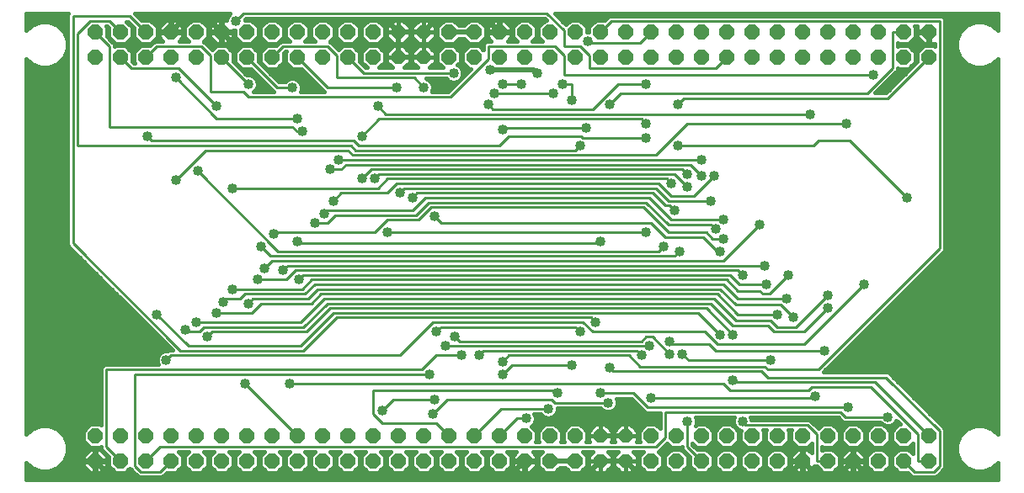
<source format=gtl>
G75*
%MOIN*%
%OFA0B0*%
%FSLAX24Y24*%
%IPPOS*%
%LPD*%
%AMOC8*
5,1,8,0,0,1.08239X$1,22.5*
%
%ADD10OC8,0.0600*%
%ADD11OC8,0.0560*%
%ADD12C,0.0200*%
%ADD13C,0.0400*%
%ADD14C,0.0160*%
%ADD15C,0.0100*%
D10*
X003680Y001680D03*
X004680Y001680D03*
X005680Y001680D03*
X006680Y001680D03*
X007680Y001680D03*
X008680Y001680D03*
X009680Y001680D03*
X010680Y001680D03*
X011680Y001680D03*
X012680Y001680D03*
X013680Y001680D03*
X014680Y001680D03*
X015680Y001680D03*
X016680Y001680D03*
X017680Y001680D03*
X018680Y001680D03*
X019680Y001680D03*
X020680Y001680D03*
X021680Y001680D03*
X022680Y001680D03*
X022680Y002680D03*
X021680Y002680D03*
X020680Y002680D03*
X019680Y002680D03*
X018680Y002680D03*
X017680Y002680D03*
X016680Y002680D03*
X015680Y002680D03*
X014680Y002680D03*
X013680Y002680D03*
X012680Y002680D03*
X011680Y002680D03*
X010680Y002680D03*
X009680Y002680D03*
X008680Y002680D03*
X007680Y002680D03*
X006680Y002680D03*
X005680Y002680D03*
X004680Y002680D03*
X003680Y002680D03*
X025680Y002680D03*
X026680Y002680D03*
X027680Y002680D03*
X028680Y002680D03*
X029680Y002680D03*
X030680Y002680D03*
X031680Y002680D03*
X032680Y002680D03*
X033680Y002680D03*
X034680Y002680D03*
X035680Y002680D03*
X036680Y002680D03*
X036680Y001680D03*
X035680Y001680D03*
X034680Y001680D03*
X033680Y001680D03*
X032680Y001680D03*
X031680Y001680D03*
X030680Y001680D03*
X029680Y001680D03*
X028680Y001680D03*
X027680Y001680D03*
X026680Y001680D03*
X025680Y001680D03*
X025680Y017680D03*
X024680Y017680D03*
X023680Y017680D03*
X022680Y017680D03*
X021680Y017680D03*
X020680Y017680D03*
X019680Y017680D03*
X018680Y017680D03*
X017680Y017680D03*
X017680Y018680D03*
X018680Y018680D03*
X019680Y018680D03*
X020680Y018680D03*
X021680Y018680D03*
X022680Y018680D03*
X023680Y018680D03*
X024680Y018680D03*
X025680Y018680D03*
X026680Y018680D03*
X027680Y018680D03*
X028680Y018680D03*
X029680Y018680D03*
X030680Y018680D03*
X031680Y018680D03*
X032680Y018680D03*
X033680Y018680D03*
X034680Y018680D03*
X035680Y018680D03*
X036680Y018680D03*
X036680Y017680D03*
X035680Y017680D03*
X034680Y017680D03*
X033680Y017680D03*
X032680Y017680D03*
X031680Y017680D03*
X030680Y017680D03*
X029680Y017680D03*
X028680Y017680D03*
X027680Y017680D03*
X026680Y017680D03*
X014680Y017680D03*
X013680Y017680D03*
X012680Y017680D03*
X011680Y017680D03*
X010680Y017680D03*
X009680Y017680D03*
X008680Y017680D03*
X007680Y017680D03*
X006680Y017680D03*
X005680Y017680D03*
X004680Y017680D03*
X003680Y017680D03*
X003680Y018680D03*
X004680Y018680D03*
X005680Y018680D03*
X006680Y018680D03*
X007680Y018680D03*
X008680Y018680D03*
X009680Y018680D03*
X010680Y018680D03*
X011680Y018680D03*
X012680Y018680D03*
X013680Y018680D03*
X014680Y018680D03*
D11*
X015680Y018680D03*
X016680Y018680D03*
X016680Y017680D03*
X015680Y017680D03*
X023680Y002680D03*
X024680Y002680D03*
X024680Y001680D03*
X023680Y001680D03*
D12*
X023180Y001180D01*
X020305Y001180D01*
X020243Y001243D01*
X019993Y000993D01*
X004368Y000993D01*
X003680Y001680D01*
X020243Y001243D02*
X020680Y001680D01*
X021680Y001680D02*
X022680Y001680D01*
X023680Y001680D02*
X024680Y001680D01*
X025180Y001180D01*
X031180Y001180D01*
X031680Y001680D01*
X032180Y001180D01*
X033180Y001180D01*
X033680Y001680D01*
X034368Y000993D01*
X037118Y000993D01*
X037243Y001118D01*
X024680Y002680D02*
X023680Y002680D01*
X021180Y017055D02*
X021055Y017180D01*
X019305Y017180D01*
X016680Y017680D02*
X015680Y017680D01*
X015680Y018680D01*
X015180Y019180D01*
X010180Y019180D01*
X010180Y018493D01*
X009868Y018180D01*
X009180Y018180D01*
X008680Y018680D01*
X008180Y019180D01*
X007180Y019180D01*
X006680Y018680D01*
X015680Y018680D02*
X016680Y018680D01*
X017180Y019180D01*
X019180Y019180D01*
X019680Y018680D01*
X018680Y018680D02*
X017680Y018680D01*
D13*
X019305Y017180D03*
X019805Y016618D03*
X020555Y016618D03*
X021180Y017055D03*
X022180Y016618D03*
X021805Y016243D03*
X022555Y015993D03*
X024055Y015805D03*
X023118Y014868D03*
X022868Y014180D03*
X025493Y014493D03*
X025493Y015055D03*
X026743Y015805D03*
X025493Y016618D03*
X023180Y018305D03*
X019493Y016243D03*
X019243Y015805D03*
X019805Y014805D03*
X016680Y016493D03*
X015618Y016493D03*
X014868Y015743D03*
X014243Y014555D03*
X013305Y013618D03*
X012993Y013243D03*
X014243Y012868D03*
X014743Y012868D03*
X015743Y012305D03*
X016243Y012118D03*
X017118Y011368D03*
X015243Y010743D03*
X013118Y011993D03*
X012743Y011493D03*
X012368Y011118D03*
X011680Y010368D03*
X010743Y010680D03*
X010243Y010180D03*
X010368Y009305D03*
X010118Y008868D03*
X011118Y009243D03*
X011743Y008868D03*
X009743Y007930D03*
X009118Y008493D03*
X008743Y007993D03*
X008493Y007555D03*
X007680Y007180D03*
X007243Y006868D03*
X008118Y006618D03*
X006493Y005680D03*
X009618Y004743D03*
X011368Y004743D03*
X015055Y003680D03*
X017055Y003555D03*
X017118Y004118D03*
X016930Y005118D03*
X018180Y005868D03*
X018868Y005868D03*
X019805Y005618D03*
X019805Y005118D03*
X021993Y004368D03*
X021618Y003743D03*
X020743Y003368D03*
X023680Y004368D03*
X023993Y003993D03*
X025680Y004180D03*
X027118Y003243D03*
X029305Y003243D03*
X032180Y004243D03*
X033493Y003805D03*
X035055Y003430D03*
X037243Y001118D03*
X028930Y004868D03*
X030430Y005680D03*
X028930Y006680D03*
X028430Y006680D03*
X026930Y005930D03*
X026430Y005930D03*
X026430Y006430D03*
X025618Y006243D03*
X025305Y005868D03*
X024055Y005368D03*
X022555Y005493D03*
X022868Y006805D03*
X023493Y007180D03*
X026805Y009993D03*
X026180Y010180D03*
X025493Y010743D03*
X026618Y011618D03*
X027118Y012555D03*
X026493Y012680D03*
X027118Y013055D03*
X027680Y012993D03*
X028180Y012993D03*
X027680Y013618D03*
X026743Y014180D03*
X028055Y011993D03*
X028555Y011243D03*
X028243Y010868D03*
X028555Y010493D03*
X028430Y009993D03*
X030180Y009430D03*
X029305Y009055D03*
X030243Y008680D03*
X031118Y009055D03*
X032680Y008243D03*
X032680Y007743D03*
X031305Y007368D03*
X030680Y007493D03*
X031055Y008118D03*
X034118Y008680D03*
X029993Y011055D03*
X035805Y012118D03*
X033430Y015055D03*
X031993Y015430D03*
X034493Y016993D03*
X023680Y010368D03*
X017180Y006805D03*
X017930Y006618D03*
X017555Y006243D03*
X006118Y007493D03*
X009118Y012493D03*
X007743Y013180D03*
X006868Y012805D03*
X005743Y014555D03*
X008493Y015743D03*
X009743Y016618D03*
X011493Y016493D03*
X011680Y015243D03*
X011868Y014743D03*
X006868Y016868D03*
X009243Y019118D03*
X017868Y017055D03*
X032555Y006055D03*
D14*
X000960Y001620D02*
X000960Y000960D01*
X039400Y000960D01*
X039400Y001620D01*
X039193Y001413D01*
X038860Y001275D01*
X038500Y001275D01*
X038167Y001413D01*
X037913Y001667D01*
X037775Y002000D01*
X037775Y002360D01*
X037913Y002693D01*
X038167Y002947D01*
X038500Y003085D01*
X038860Y003085D01*
X039193Y002947D01*
X039400Y002740D01*
X039400Y017620D01*
X039193Y017413D01*
X038860Y017275D01*
X038500Y017275D01*
X038167Y017413D01*
X037913Y017667D01*
X037775Y018000D01*
X037775Y018360D01*
X037913Y018693D01*
X038167Y018947D01*
X038500Y019085D01*
X038860Y019085D01*
X039193Y018947D01*
X039400Y018740D01*
X039400Y019400D01*
X021882Y019400D01*
X022316Y018966D01*
X022489Y019140D01*
X022871Y019140D01*
X023140Y018871D01*
X023140Y018665D01*
X023220Y018665D01*
X023220Y018871D01*
X023489Y019140D01*
X023843Y019140D01*
X024031Y019327D01*
X037204Y019327D01*
X037327Y019204D01*
X037327Y010031D01*
X032499Y005202D01*
X035079Y005202D01*
X037204Y003077D01*
X037327Y002954D01*
X037327Y001406D01*
X037077Y001156D01*
X036954Y001033D01*
X036031Y001033D01*
X035843Y001220D01*
X035489Y001220D01*
X035220Y001489D01*
X035220Y001871D01*
X035489Y002140D01*
X035871Y002140D01*
X036033Y001978D01*
X036033Y002382D01*
X035871Y002220D01*
X035489Y002220D01*
X035220Y002489D01*
X035220Y002871D01*
X035489Y003140D01*
X035548Y003140D01*
X035390Y003298D01*
X035360Y003226D01*
X035259Y003125D01*
X035127Y003070D01*
X034983Y003070D01*
X034910Y003100D01*
X035140Y002871D01*
X035140Y002489D01*
X034871Y002220D01*
X034489Y002220D01*
X034220Y002489D01*
X034220Y002871D01*
X034489Y003140D01*
X034836Y003140D01*
X034756Y003220D01*
X033281Y003220D01*
X033158Y003343D01*
X033093Y003408D01*
X029626Y003408D01*
X029659Y003327D01*
X031954Y003327D01*
X032316Y002966D01*
X032489Y003140D01*
X032871Y003140D01*
X033140Y002871D01*
X033140Y002489D01*
X032871Y002220D01*
X032489Y002220D01*
X032452Y002257D01*
X032452Y002103D01*
X032489Y002140D01*
X032871Y002140D01*
X033140Y001871D01*
X033140Y001489D01*
X032871Y001220D01*
X032489Y001220D01*
X032239Y001470D01*
X032156Y001470D01*
X032152Y001473D01*
X031879Y001200D01*
X031700Y001200D01*
X031700Y001660D01*
X031660Y001660D01*
X031660Y001200D01*
X031481Y001200D01*
X031200Y001481D01*
X031200Y001660D01*
X031660Y001660D01*
X031660Y001700D01*
X031660Y002160D01*
X031481Y002160D01*
X031200Y001879D01*
X031200Y001700D01*
X031660Y001700D01*
X031700Y001700D01*
X031700Y002160D01*
X031879Y002160D01*
X032033Y002006D01*
X032033Y002382D01*
X031871Y002220D01*
X031489Y002220D01*
X031220Y002489D01*
X031220Y002871D01*
X031257Y002908D01*
X031103Y002908D01*
X031140Y002871D01*
X031140Y002489D01*
X030871Y002220D01*
X030489Y002220D01*
X030220Y002489D01*
X030220Y002871D01*
X030257Y002908D01*
X030103Y002908D01*
X030140Y002871D01*
X030140Y002489D01*
X029871Y002220D01*
X029489Y002220D01*
X029220Y002489D01*
X029220Y002871D01*
X029232Y002883D01*
X029101Y002937D01*
X029000Y003039D01*
X028945Y003171D01*
X028945Y003314D01*
X028984Y003408D01*
X027439Y003408D01*
X027477Y003314D01*
X027477Y003171D01*
X027447Y003098D01*
X027489Y003140D01*
X027871Y003140D01*
X028140Y002871D01*
X028140Y002489D01*
X027871Y002220D01*
X027489Y002220D01*
X027327Y002382D01*
X027327Y002329D01*
X027517Y002140D01*
X027871Y002140D01*
X028140Y001871D01*
X028140Y001489D01*
X027871Y001220D01*
X027489Y001220D01*
X027220Y001489D01*
X027220Y001843D01*
X027031Y002033D01*
X026908Y002156D01*
X026908Y002257D01*
X026871Y002220D01*
X026489Y002220D01*
X026316Y002394D01*
X025966Y002044D01*
X026140Y001871D01*
X026140Y001489D01*
X025871Y001220D01*
X025489Y001220D01*
X025220Y001489D01*
X025220Y001871D01*
X025382Y002033D01*
X024978Y002033D01*
X025140Y001871D01*
X025140Y001690D01*
X024690Y001690D01*
X024690Y001670D01*
X025140Y001670D01*
X025140Y001489D01*
X024871Y001220D01*
X024690Y001220D01*
X024690Y001670D01*
X024670Y001670D01*
X024670Y001220D01*
X024489Y001220D01*
X024220Y001489D01*
X024220Y001670D01*
X024670Y001670D01*
X024670Y001690D01*
X024220Y001690D01*
X024220Y001871D01*
X024382Y002033D01*
X023978Y002033D01*
X024140Y001871D01*
X024140Y001690D01*
X023690Y001690D01*
X023690Y001670D01*
X024140Y001670D01*
X024140Y001489D01*
X023871Y001220D01*
X023690Y001220D01*
X023690Y001670D01*
X023670Y001670D01*
X023670Y001220D01*
X023489Y001220D01*
X023220Y001489D01*
X023220Y001670D01*
X023670Y001670D01*
X023670Y001690D01*
X023220Y001690D01*
X023220Y001871D01*
X023382Y002033D01*
X022978Y002033D01*
X023140Y001871D01*
X023140Y001489D01*
X022871Y001220D01*
X022489Y001220D01*
X022289Y001420D01*
X022071Y001420D01*
X021871Y001220D01*
X021489Y001220D01*
X021220Y001489D01*
X021220Y001871D01*
X021382Y002033D01*
X021006Y002033D01*
X021160Y001879D01*
X021160Y001700D01*
X020700Y001700D01*
X020700Y001660D01*
X021160Y001660D01*
X021160Y001481D01*
X020879Y001200D01*
X020700Y001200D01*
X020700Y001660D01*
X020660Y001660D01*
X020660Y001200D01*
X020481Y001200D01*
X020200Y001481D01*
X020200Y001660D01*
X020660Y001660D01*
X020660Y001700D01*
X020200Y001700D01*
X020200Y001879D01*
X020354Y002033D01*
X019978Y002033D01*
X020140Y001871D01*
X020140Y001489D01*
X019871Y001220D01*
X019489Y001220D01*
X019220Y001489D01*
X019220Y001871D01*
X019382Y002033D01*
X018978Y002033D01*
X019140Y001871D01*
X019140Y001489D01*
X018871Y001220D01*
X018489Y001220D01*
X018220Y001489D01*
X018220Y001871D01*
X018382Y002033D01*
X017978Y002033D01*
X018140Y001871D01*
X018140Y001489D01*
X017871Y001220D01*
X017489Y001220D01*
X017220Y001489D01*
X017220Y001871D01*
X017382Y002033D01*
X016978Y002033D01*
X017140Y001871D01*
X017140Y001489D01*
X016871Y001220D01*
X016489Y001220D01*
X016220Y001489D01*
X016220Y001871D01*
X016382Y002033D01*
X015978Y002033D01*
X016140Y001871D01*
X016140Y001489D01*
X015871Y001220D01*
X015489Y001220D01*
X015220Y001489D01*
X015220Y001871D01*
X015382Y002033D01*
X014978Y002033D01*
X015140Y001871D01*
X015140Y001489D01*
X014871Y001220D01*
X014489Y001220D01*
X014220Y001489D01*
X014220Y001871D01*
X014382Y002033D01*
X013978Y002033D01*
X014140Y001871D01*
X014140Y001489D01*
X013871Y001220D01*
X013489Y001220D01*
X013220Y001489D01*
X013220Y001871D01*
X013382Y002033D01*
X012978Y002033D01*
X013140Y001871D01*
X013140Y001489D01*
X012871Y001220D01*
X012489Y001220D01*
X012220Y001489D01*
X012220Y001871D01*
X012382Y002033D01*
X011978Y002033D01*
X012140Y001871D01*
X012140Y001489D01*
X011871Y001220D01*
X011489Y001220D01*
X011220Y001489D01*
X011220Y001871D01*
X011382Y002033D01*
X010978Y002033D01*
X011140Y001871D01*
X011140Y001489D01*
X010871Y001220D01*
X010489Y001220D01*
X010220Y001489D01*
X010220Y001871D01*
X010382Y002033D01*
X009978Y002033D01*
X010140Y001871D01*
X010140Y001489D01*
X009871Y001220D01*
X009489Y001220D01*
X009220Y001489D01*
X009220Y001871D01*
X009382Y002033D01*
X008978Y002033D01*
X009140Y001871D01*
X009140Y001489D01*
X008871Y001220D01*
X008489Y001220D01*
X008220Y001489D01*
X008220Y001871D01*
X008382Y002033D01*
X007978Y002033D01*
X008140Y001871D01*
X008140Y001489D01*
X007871Y001220D01*
X007489Y001220D01*
X007220Y001489D01*
X007220Y001871D01*
X007382Y002033D01*
X006978Y002033D01*
X007140Y001871D01*
X007140Y001489D01*
X006871Y001220D01*
X006517Y001220D01*
X006452Y001156D01*
X006329Y001033D01*
X005406Y001033D01*
X005156Y001283D01*
X005044Y001394D01*
X004871Y001220D01*
X004489Y001220D01*
X004220Y001489D01*
X004220Y001843D01*
X003908Y002156D01*
X003908Y002257D01*
X003871Y002220D01*
X003489Y002220D01*
X003220Y002489D01*
X003220Y002871D01*
X003489Y003140D01*
X003871Y003140D01*
X003908Y003103D01*
X003908Y005392D01*
X004031Y005515D01*
X006171Y005515D01*
X006133Y005608D01*
X006133Y005752D01*
X006187Y005884D01*
X006289Y005985D01*
X006421Y006040D01*
X006556Y006040D01*
X006593Y006077D01*
X006736Y006077D01*
X002718Y010095D01*
X002595Y010218D01*
X002595Y019392D01*
X002603Y019400D01*
X000960Y019400D01*
X000960Y018740D01*
X001167Y018947D01*
X001500Y019085D01*
X001860Y019085D01*
X002193Y018947D01*
X002447Y018693D01*
X002585Y018360D01*
X002585Y018000D01*
X002447Y017667D01*
X002193Y017413D01*
X001860Y017275D01*
X001500Y017275D01*
X001167Y017413D01*
X000960Y017620D01*
X000960Y002740D01*
X001167Y002947D01*
X001500Y003085D01*
X001860Y003085D01*
X002193Y002947D01*
X002447Y002693D01*
X002585Y002360D01*
X002585Y002000D01*
X002447Y001667D01*
X002193Y001413D01*
X001860Y001275D01*
X001500Y001275D01*
X001167Y001413D01*
X000960Y001620D01*
X000960Y001497D02*
X001083Y001497D01*
X000960Y001339D02*
X001347Y001339D01*
X000960Y001180D02*
X005258Y001180D01*
X005100Y001339D02*
X004989Y001339D01*
X004371Y001339D02*
X004017Y001339D01*
X003879Y001200D02*
X004160Y001481D01*
X004160Y001660D01*
X003700Y001660D01*
X003700Y001700D01*
X004160Y001700D01*
X004160Y001879D01*
X003879Y002160D01*
X003700Y002160D01*
X003700Y001700D01*
X003660Y001700D01*
X003660Y002160D01*
X003481Y002160D01*
X003200Y001879D01*
X003200Y001700D01*
X003660Y001700D01*
X003660Y001660D01*
X003700Y001660D01*
X003700Y001200D01*
X003879Y001200D01*
X003660Y001200D02*
X003660Y001660D01*
X003200Y001660D01*
X003200Y001481D01*
X003481Y001200D01*
X003660Y001200D01*
X003660Y001339D02*
X003700Y001339D01*
X003700Y001497D02*
X003660Y001497D01*
X003660Y001656D02*
X003700Y001656D01*
X003700Y001814D02*
X003660Y001814D01*
X003660Y001973D02*
X003700Y001973D01*
X003700Y002131D02*
X003660Y002131D01*
X003452Y002131D02*
X002585Y002131D01*
X002585Y002290D02*
X003420Y002290D01*
X003261Y002448D02*
X002549Y002448D01*
X002483Y002607D02*
X003220Y002607D01*
X003220Y002765D02*
X002375Y002765D01*
X002216Y002924D02*
X003273Y002924D01*
X003431Y003082D02*
X001867Y003082D01*
X001493Y003082D02*
X000960Y003082D01*
X000960Y002924D02*
X001144Y002924D01*
X000985Y002765D02*
X000960Y002765D01*
X000960Y003241D02*
X003908Y003241D01*
X003908Y003399D02*
X000960Y003399D01*
X000960Y003558D02*
X003908Y003558D01*
X003908Y003716D02*
X000960Y003716D01*
X000960Y003875D02*
X003908Y003875D01*
X003908Y004033D02*
X000960Y004033D01*
X000960Y004192D02*
X003908Y004192D01*
X003908Y004350D02*
X000960Y004350D01*
X000960Y004509D02*
X003908Y004509D01*
X003908Y004667D02*
X000960Y004667D01*
X000960Y004826D02*
X003908Y004826D01*
X003908Y004984D02*
X000960Y004984D01*
X000960Y005143D02*
X003908Y005143D01*
X003908Y005301D02*
X000960Y005301D01*
X000960Y005460D02*
X003975Y005460D01*
X006133Y005618D02*
X000960Y005618D01*
X000960Y005777D02*
X006143Y005777D01*
X006238Y005935D02*
X000960Y005935D01*
X000960Y006094D02*
X006720Y006094D01*
X006561Y006252D02*
X000960Y006252D01*
X000960Y006411D02*
X006403Y006411D01*
X006244Y006569D02*
X000960Y006569D01*
X000960Y006728D02*
X006086Y006728D01*
X005927Y006886D02*
X000960Y006886D01*
X000960Y007045D02*
X005769Y007045D01*
X005610Y007203D02*
X000960Y007203D01*
X000960Y007362D02*
X005452Y007362D01*
X005293Y007520D02*
X000960Y007520D01*
X000960Y007679D02*
X005135Y007679D01*
X004976Y007837D02*
X000960Y007837D01*
X000960Y007996D02*
X004818Y007996D01*
X004659Y008154D02*
X000960Y008154D01*
X000960Y008313D02*
X004501Y008313D01*
X004342Y008471D02*
X000960Y008471D01*
X000960Y008630D02*
X004184Y008630D01*
X004025Y008788D02*
X000960Y008788D01*
X000960Y008947D02*
X003867Y008947D01*
X003708Y009105D02*
X000960Y009105D01*
X000960Y009264D02*
X003550Y009264D01*
X003391Y009422D02*
X000960Y009422D01*
X000960Y009581D02*
X003233Y009581D01*
X003074Y009739D02*
X000960Y009739D01*
X000960Y009898D02*
X002916Y009898D01*
X002757Y010056D02*
X000960Y010056D01*
X000960Y010215D02*
X002599Y010215D01*
X002595Y010373D02*
X000960Y010373D01*
X000960Y010532D02*
X002595Y010532D01*
X002595Y010690D02*
X000960Y010690D01*
X000960Y010849D02*
X002595Y010849D01*
X002595Y011007D02*
X000960Y011007D01*
X000960Y011166D02*
X002595Y011166D01*
X002595Y011324D02*
X000960Y011324D01*
X000960Y011483D02*
X002595Y011483D01*
X002595Y011641D02*
X000960Y011641D01*
X000960Y011800D02*
X002595Y011800D01*
X002595Y011958D02*
X000960Y011958D01*
X000960Y012117D02*
X002595Y012117D01*
X002595Y012275D02*
X000960Y012275D01*
X000960Y012434D02*
X002595Y012434D01*
X002595Y012592D02*
X000960Y012592D01*
X000960Y012751D02*
X002595Y012751D01*
X002595Y012909D02*
X000960Y012909D01*
X000960Y013068D02*
X002595Y013068D01*
X002595Y013226D02*
X000960Y013226D01*
X000960Y013385D02*
X002595Y013385D01*
X002595Y013543D02*
X000960Y013543D01*
X000960Y013702D02*
X002595Y013702D01*
X002595Y013860D02*
X000960Y013860D01*
X000960Y014019D02*
X002595Y014019D01*
X002595Y014177D02*
X000960Y014177D01*
X000960Y014336D02*
X002595Y014336D01*
X002595Y014494D02*
X000960Y014494D01*
X000960Y014653D02*
X002595Y014653D01*
X002595Y014811D02*
X000960Y014811D01*
X000960Y014970D02*
X002595Y014970D01*
X002595Y015128D02*
X000960Y015128D01*
X000960Y015287D02*
X002595Y015287D01*
X002595Y015445D02*
X000960Y015445D01*
X000960Y015604D02*
X002595Y015604D01*
X002595Y015762D02*
X000960Y015762D01*
X000960Y015921D02*
X002595Y015921D01*
X002595Y016079D02*
X000960Y016079D01*
X000960Y016238D02*
X002595Y016238D01*
X002595Y016396D02*
X000960Y016396D01*
X000960Y016555D02*
X002595Y016555D01*
X002595Y016713D02*
X000960Y016713D01*
X000960Y016872D02*
X002595Y016872D01*
X002595Y017030D02*
X000960Y017030D01*
X000960Y017189D02*
X002595Y017189D01*
X002595Y017347D02*
X002034Y017347D01*
X002285Y017506D02*
X002595Y017506D01*
X002595Y017664D02*
X002444Y017664D01*
X002511Y017823D02*
X002595Y017823D01*
X002595Y017981D02*
X002577Y017981D01*
X002585Y018140D02*
X002595Y018140D01*
X002585Y018298D02*
X002595Y018298D01*
X002595Y018457D02*
X002545Y018457D01*
X002595Y018615D02*
X002479Y018615D01*
X002366Y018774D02*
X002595Y018774D01*
X002595Y018932D02*
X002208Y018932D01*
X002595Y019091D02*
X000960Y019091D01*
X000960Y019249D02*
X002595Y019249D01*
X001152Y018932D02*
X000960Y018932D01*
X000960Y018774D02*
X000994Y018774D01*
X000960Y017506D02*
X001075Y017506D01*
X000960Y017347D02*
X001326Y017347D01*
X004140Y018517D02*
X004140Y018871D01*
X004103Y018908D01*
X004156Y018908D01*
X004220Y018843D01*
X004220Y018489D01*
X004489Y018220D01*
X004871Y018220D01*
X005140Y018489D01*
X005140Y018871D01*
X004916Y019095D01*
X004968Y019095D01*
X005220Y018843D01*
X005220Y018489D01*
X005489Y018220D01*
X005871Y018220D01*
X006140Y018489D01*
X006140Y018871D01*
X005871Y019140D01*
X005517Y019140D01*
X005257Y019400D01*
X009016Y019400D01*
X008937Y019321D01*
X008883Y019189D01*
X008883Y019156D01*
X008879Y019160D01*
X008700Y019160D01*
X008700Y018700D01*
X009160Y018700D01*
X009160Y018762D01*
X009171Y018758D01*
X009220Y018758D01*
X009220Y018489D01*
X009489Y018220D01*
X009871Y018220D01*
X010140Y018489D01*
X010140Y018871D01*
X009871Y019140D01*
X009602Y019140D01*
X009602Y019181D01*
X009642Y019220D01*
X021468Y019220D01*
X021548Y019140D01*
X021489Y019140D01*
X021220Y018871D01*
X021220Y018489D01*
X021382Y018327D01*
X020978Y018327D01*
X021140Y018489D01*
X021140Y018871D01*
X020871Y019140D01*
X020489Y019140D01*
X020220Y018871D01*
X020220Y018489D01*
X020382Y018327D01*
X020006Y018327D01*
X020160Y018481D01*
X020160Y018660D01*
X019700Y018660D01*
X019700Y018700D01*
X020160Y018700D01*
X020160Y018879D01*
X019879Y019160D01*
X019700Y019160D01*
X019700Y018700D01*
X019660Y018700D01*
X019660Y019160D01*
X019481Y019160D01*
X019200Y018879D01*
X019200Y018700D01*
X019660Y018700D01*
X019660Y018660D01*
X019200Y018660D01*
X019200Y018481D01*
X019354Y018327D01*
X019156Y018327D01*
X019033Y018204D01*
X019033Y017978D01*
X018871Y018140D01*
X018489Y018140D01*
X018220Y017871D01*
X018220Y017489D01*
X018489Y017220D01*
X018548Y017220D01*
X017656Y016327D01*
X017001Y016327D01*
X017040Y016421D01*
X017040Y016564D01*
X016985Y016696D01*
X016884Y016798D01*
X016770Y016845D01*
X017568Y016845D01*
X017664Y016750D01*
X017796Y016695D01*
X017939Y016695D01*
X018071Y016750D01*
X018173Y016851D01*
X018227Y016983D01*
X018227Y017127D01*
X018173Y017259D01*
X018071Y017360D01*
X018029Y017378D01*
X018140Y017489D01*
X018140Y017871D01*
X017871Y018140D01*
X017489Y018140D01*
X017220Y017871D01*
X017220Y017489D01*
X017444Y017265D01*
X016916Y017265D01*
X017140Y017489D01*
X017140Y017670D01*
X016690Y017670D01*
X016690Y017690D01*
X016670Y017690D01*
X016670Y018140D01*
X016489Y018140D01*
X016220Y017871D01*
X016220Y017690D01*
X016670Y017690D01*
X016670Y017670D01*
X016220Y017670D01*
X016220Y017489D01*
X016444Y017265D01*
X015916Y017265D01*
X016140Y017489D01*
X016140Y017670D01*
X015690Y017670D01*
X015690Y017690D01*
X015670Y017690D01*
X015670Y018140D01*
X015489Y018140D01*
X015220Y017871D01*
X015220Y017690D01*
X015670Y017690D01*
X015670Y017670D01*
X015220Y017670D01*
X015220Y017489D01*
X015444Y017265D01*
X014916Y017265D01*
X015140Y017489D01*
X015140Y017871D01*
X014871Y018140D01*
X014489Y018140D01*
X014220Y017871D01*
X014220Y017489D01*
X014444Y017265D01*
X014392Y017265D01*
X014140Y017517D01*
X014140Y017871D01*
X013871Y018140D01*
X013489Y018140D01*
X013316Y017966D01*
X012966Y018316D01*
X013140Y018489D01*
X013140Y018871D01*
X012871Y019140D01*
X012489Y019140D01*
X012220Y018871D01*
X012220Y018489D01*
X012382Y018327D01*
X011978Y018327D01*
X012140Y018489D01*
X012140Y018871D01*
X011871Y019140D01*
X011489Y019140D01*
X011220Y018871D01*
X011220Y018489D01*
X011382Y018327D01*
X011031Y018327D01*
X010908Y018204D01*
X010843Y018140D01*
X010489Y018140D01*
X010220Y017871D01*
X010220Y017489D01*
X010489Y017220D01*
X010871Y017220D01*
X011140Y017489D01*
X011140Y017843D01*
X011204Y017908D01*
X011257Y017908D01*
X011220Y017871D01*
X011220Y017489D01*
X011489Y017220D01*
X011843Y017220D01*
X012658Y016406D01*
X012658Y016406D01*
X012736Y016327D01*
X011814Y016327D01*
X011852Y016421D01*
X011852Y016564D01*
X011798Y016696D01*
X011696Y016798D01*
X011564Y016852D01*
X011421Y016852D01*
X011289Y016798D01*
X011193Y016702D01*
X010954Y016702D01*
X010140Y017517D01*
X010140Y017871D01*
X009871Y018140D01*
X009489Y018140D01*
X009220Y017871D01*
X009220Y017489D01*
X009489Y017220D01*
X009843Y017220D01*
X010658Y016406D01*
X010736Y016327D01*
X009962Y016327D01*
X010048Y016414D01*
X010102Y016546D01*
X010102Y016689D01*
X010048Y016821D01*
X009946Y016923D01*
X009814Y016977D01*
X009679Y016977D01*
X009140Y017517D01*
X009140Y017871D01*
X008871Y018140D01*
X008489Y018140D01*
X008316Y017966D01*
X007966Y018316D01*
X008140Y018489D01*
X008140Y018871D01*
X007871Y019140D01*
X007489Y019140D01*
X007220Y018871D01*
X007220Y018489D01*
X007382Y018327D01*
X007006Y018327D01*
X007160Y018481D01*
X007160Y018660D01*
X006700Y018660D01*
X006700Y018700D01*
X006660Y018700D01*
X006660Y019160D01*
X006481Y019160D01*
X006200Y018879D01*
X006200Y018700D01*
X006660Y018700D01*
X006660Y018660D01*
X006200Y018660D01*
X006200Y018481D01*
X006354Y018327D01*
X006031Y018327D01*
X005908Y018204D01*
X005843Y018140D01*
X005489Y018140D01*
X005220Y017871D01*
X005220Y017489D01*
X005257Y017452D01*
X005204Y017452D01*
X005140Y017517D01*
X005140Y017871D01*
X004871Y018140D01*
X004489Y018140D01*
X004452Y018103D01*
X004452Y018204D01*
X004329Y018327D01*
X004140Y018517D01*
X004200Y018457D02*
X004253Y018457D01*
X004220Y018615D02*
X004140Y018615D01*
X004140Y018774D02*
X004220Y018774D01*
X004920Y019091D02*
X004972Y019091D01*
X005079Y018932D02*
X005131Y018932D01*
X005140Y018774D02*
X005220Y018774D01*
X005220Y018615D02*
X005140Y018615D01*
X005107Y018457D02*
X005253Y018457D01*
X005411Y018298D02*
X004949Y018298D01*
X004871Y018140D02*
X005489Y018140D01*
X005330Y017981D02*
X005030Y017981D01*
X005140Y017823D02*
X005220Y017823D01*
X005220Y017664D02*
X005140Y017664D01*
X005151Y017506D02*
X005220Y017506D01*
X004489Y018140D02*
X004452Y018140D01*
X004411Y018298D02*
X004359Y018298D01*
X005949Y018298D02*
X006001Y018298D01*
X006107Y018457D02*
X006225Y018457D01*
X006200Y018615D02*
X006140Y018615D01*
X006140Y018774D02*
X006200Y018774D01*
X006253Y018932D02*
X006079Y018932D01*
X005920Y019091D02*
X006412Y019091D01*
X006660Y019091D02*
X006700Y019091D01*
X006700Y019160D02*
X006700Y018700D01*
X007160Y018700D01*
X007160Y018879D01*
X006879Y019160D01*
X006700Y019160D01*
X006948Y019091D02*
X007440Y019091D01*
X007281Y018932D02*
X007107Y018932D01*
X007160Y018774D02*
X007220Y018774D01*
X007220Y018615D02*
X007160Y018615D01*
X007135Y018457D02*
X007253Y018457D01*
X006700Y018774D02*
X006660Y018774D01*
X006660Y018932D02*
X006700Y018932D01*
X007920Y019091D02*
X008412Y019091D01*
X008481Y019160D02*
X008200Y018879D01*
X008200Y018700D01*
X008660Y018700D01*
X008660Y019160D01*
X008481Y019160D01*
X008660Y019091D02*
X008700Y019091D01*
X008700Y018932D02*
X008660Y018932D01*
X008660Y018774D02*
X008700Y018774D01*
X008700Y018700D02*
X008660Y018700D01*
X008660Y018660D01*
X008700Y018660D01*
X008700Y018700D01*
X008700Y018660D02*
X009160Y018660D01*
X009160Y018481D01*
X008879Y018200D01*
X008700Y018200D01*
X008700Y018660D01*
X008660Y018660D02*
X008660Y018200D01*
X008481Y018200D01*
X008200Y018481D01*
X008200Y018660D01*
X008660Y018660D01*
X008660Y018615D02*
X008700Y018615D01*
X008700Y018457D02*
X008660Y018457D01*
X008660Y018298D02*
X008700Y018298D01*
X008871Y018140D02*
X009489Y018140D01*
X009411Y018298D02*
X008977Y018298D01*
X009135Y018457D02*
X009253Y018457D01*
X009220Y018615D02*
X009160Y018615D01*
X008489Y018140D02*
X008142Y018140D01*
X007984Y018298D02*
X008383Y018298D01*
X008225Y018457D02*
X008107Y018457D01*
X008140Y018615D02*
X008200Y018615D01*
X008200Y018774D02*
X008140Y018774D01*
X008079Y018932D02*
X008253Y018932D01*
X008907Y019249D02*
X005408Y019249D01*
X008301Y017981D02*
X008330Y017981D01*
X009030Y017981D02*
X009330Y017981D01*
X009220Y017823D02*
X009140Y017823D01*
X009140Y017664D02*
X009220Y017664D01*
X009220Y017506D02*
X009151Y017506D01*
X009310Y017347D02*
X009362Y017347D01*
X009468Y017189D02*
X009874Y017189D01*
X010033Y017030D02*
X009627Y017030D01*
X009998Y016872D02*
X010191Y016872D01*
X010093Y016713D02*
X010350Y016713D01*
X010508Y016555D02*
X010102Y016555D01*
X010030Y016396D02*
X010667Y016396D01*
X010944Y016713D02*
X011204Y016713D01*
X010785Y016872D02*
X012191Y016872D01*
X012033Y017030D02*
X010627Y017030D01*
X010468Y017189D02*
X011874Y017189D01*
X011362Y017347D02*
X010998Y017347D01*
X011140Y017506D02*
X011220Y017506D01*
X011220Y017664D02*
X011140Y017664D01*
X011140Y017823D02*
X011220Y017823D01*
X011001Y018298D02*
X010949Y018298D01*
X010871Y018220D02*
X011140Y018489D01*
X011140Y018871D01*
X010871Y019140D01*
X010489Y019140D01*
X010220Y018871D01*
X010220Y018489D01*
X010489Y018220D01*
X010871Y018220D01*
X011107Y018457D02*
X011253Y018457D01*
X011220Y018615D02*
X011140Y018615D01*
X011140Y018774D02*
X011220Y018774D01*
X011281Y018932D02*
X011079Y018932D01*
X010920Y019091D02*
X011440Y019091D01*
X011920Y019091D02*
X012440Y019091D01*
X012281Y018932D02*
X012079Y018932D01*
X012140Y018774D02*
X012220Y018774D01*
X012220Y018615D02*
X012140Y018615D01*
X012107Y018457D02*
X012253Y018457D01*
X012984Y018298D02*
X013411Y018298D01*
X013489Y018220D02*
X013871Y018220D01*
X014140Y018489D01*
X014140Y018871D01*
X013871Y019140D01*
X013489Y019140D01*
X013220Y018871D01*
X013220Y018489D01*
X013489Y018220D01*
X013489Y018140D02*
X013142Y018140D01*
X013301Y017981D02*
X013330Y017981D01*
X013871Y018140D02*
X014489Y018140D01*
X014489Y018220D02*
X014871Y018220D01*
X015140Y018489D01*
X015140Y018871D01*
X014871Y019140D01*
X014489Y019140D01*
X014220Y018871D01*
X014220Y018489D01*
X014489Y018220D01*
X014411Y018298D02*
X013949Y018298D01*
X014107Y018457D02*
X014253Y018457D01*
X014220Y018615D02*
X014140Y018615D01*
X014140Y018774D02*
X014220Y018774D01*
X014281Y018932D02*
X014079Y018932D01*
X013920Y019091D02*
X014440Y019091D01*
X014920Y019091D02*
X015440Y019091D01*
X015489Y019140D02*
X015220Y018871D01*
X015220Y018690D01*
X015670Y018690D01*
X015670Y019140D01*
X015489Y019140D01*
X015670Y019091D02*
X015690Y019091D01*
X015690Y019140D02*
X015871Y019140D01*
X016140Y018871D01*
X016140Y018690D01*
X015690Y018690D01*
X015690Y018670D01*
X016140Y018670D01*
X016140Y018489D01*
X015871Y018220D01*
X015690Y018220D01*
X015690Y018670D01*
X015670Y018670D01*
X015670Y018220D01*
X015489Y018220D01*
X015220Y018489D01*
X015220Y018670D01*
X015670Y018670D01*
X015670Y018690D01*
X015690Y018690D01*
X015690Y019140D01*
X015920Y019091D02*
X016440Y019091D01*
X016489Y019140D02*
X016220Y018871D01*
X016220Y018690D01*
X016670Y018690D01*
X016670Y019140D01*
X016489Y019140D01*
X016670Y019091D02*
X016690Y019091D01*
X016690Y019140D02*
X016871Y019140D01*
X017140Y018871D01*
X017140Y018690D01*
X016690Y018690D01*
X016690Y018670D01*
X017140Y018670D01*
X017140Y018489D01*
X016871Y018220D01*
X016690Y018220D01*
X016690Y018670D01*
X016670Y018670D01*
X016670Y018220D01*
X016489Y018220D01*
X016220Y018489D01*
X016220Y018670D01*
X016670Y018670D01*
X016670Y018690D01*
X016690Y018690D01*
X016690Y019140D01*
X016920Y019091D02*
X017440Y019091D01*
X017489Y019140D02*
X017220Y018871D01*
X017220Y018489D01*
X017489Y018220D01*
X017871Y018220D01*
X018071Y018420D01*
X018289Y018420D01*
X018489Y018220D01*
X018871Y018220D01*
X019140Y018489D01*
X019140Y018871D01*
X018871Y019140D01*
X018489Y019140D01*
X018289Y018940D01*
X018071Y018940D01*
X017871Y019140D01*
X017489Y019140D01*
X017920Y019091D02*
X018440Y019091D01*
X018920Y019091D02*
X019412Y019091D01*
X019253Y018932D02*
X019079Y018932D01*
X019140Y018774D02*
X019200Y018774D01*
X019200Y018615D02*
X019140Y018615D01*
X019107Y018457D02*
X019225Y018457D01*
X019126Y018298D02*
X018949Y018298D01*
X018871Y018140D02*
X019033Y018140D01*
X019030Y017981D02*
X019033Y017981D01*
X018489Y018140D02*
X017871Y018140D01*
X017949Y018298D02*
X018411Y018298D01*
X018330Y017981D02*
X018030Y017981D01*
X018140Y017823D02*
X018220Y017823D01*
X018220Y017664D02*
X018140Y017664D01*
X018140Y017506D02*
X018220Y017506D01*
X018085Y017347D02*
X018362Y017347D01*
X018517Y017189D02*
X018202Y017189D01*
X018227Y017030D02*
X018358Y017030D01*
X018200Y016872D02*
X018181Y016872D01*
X018041Y016713D02*
X017983Y016713D01*
X017883Y016555D02*
X017040Y016555D01*
X017030Y016396D02*
X017724Y016396D01*
X017752Y016713D02*
X016969Y016713D01*
X016998Y017347D02*
X017362Y017347D01*
X017220Y017506D02*
X017140Y017506D01*
X017140Y017664D02*
X017220Y017664D01*
X017140Y017690D02*
X017140Y017871D01*
X016871Y018140D01*
X016690Y018140D01*
X016690Y017690D01*
X017140Y017690D01*
X017140Y017823D02*
X017220Y017823D01*
X017330Y017981D02*
X017030Y017981D01*
X016871Y018140D02*
X017489Y018140D01*
X017411Y018298D02*
X016949Y018298D01*
X017107Y018457D02*
X017253Y018457D01*
X017220Y018615D02*
X017140Y018615D01*
X017140Y018774D02*
X017220Y018774D01*
X017281Y018932D02*
X017079Y018932D01*
X016690Y018932D02*
X016670Y018932D01*
X016670Y018774D02*
X016690Y018774D01*
X016690Y018615D02*
X016670Y018615D01*
X016670Y018457D02*
X016690Y018457D01*
X016690Y018298D02*
X016670Y018298D01*
X016670Y018140D02*
X016690Y018140D01*
X016690Y017981D02*
X016670Y017981D01*
X016670Y017823D02*
X016690Y017823D01*
X016330Y017981D02*
X016030Y017981D01*
X016140Y017871D02*
X015871Y018140D01*
X015690Y018140D01*
X015690Y017690D01*
X016140Y017690D01*
X016140Y017871D01*
X016140Y017823D02*
X016220Y017823D01*
X016220Y017664D02*
X016140Y017664D01*
X016140Y017506D02*
X016220Y017506D01*
X016362Y017347D02*
X015998Y017347D01*
X015362Y017347D02*
X014998Y017347D01*
X015140Y017506D02*
X015220Y017506D01*
X015220Y017664D02*
X015140Y017664D01*
X015140Y017823D02*
X015220Y017823D01*
X015330Y017981D02*
X015030Y017981D01*
X014871Y018140D02*
X015489Y018140D01*
X015411Y018298D02*
X014949Y018298D01*
X015107Y018457D02*
X015253Y018457D01*
X015220Y018615D02*
X015140Y018615D01*
X015140Y018774D02*
X015220Y018774D01*
X015281Y018932D02*
X015079Y018932D01*
X015670Y018932D02*
X015690Y018932D01*
X015690Y018774D02*
X015670Y018774D01*
X015670Y018615D02*
X015690Y018615D01*
X015690Y018457D02*
X015670Y018457D01*
X015670Y018298D02*
X015690Y018298D01*
X015690Y018140D02*
X015670Y018140D01*
X015670Y017981D02*
X015690Y017981D01*
X015690Y017823D02*
X015670Y017823D01*
X015871Y018140D02*
X016489Y018140D01*
X016411Y018298D02*
X015949Y018298D01*
X016107Y018457D02*
X016253Y018457D01*
X016220Y018615D02*
X016140Y018615D01*
X016140Y018774D02*
X016220Y018774D01*
X016281Y018932D02*
X016079Y018932D01*
X014330Y017981D02*
X014030Y017981D01*
X014140Y017823D02*
X014220Y017823D01*
X014220Y017664D02*
X014140Y017664D01*
X014151Y017506D02*
X014220Y017506D01*
X014310Y017347D02*
X014362Y017347D01*
X013253Y018457D02*
X013107Y018457D01*
X013140Y018615D02*
X013220Y018615D01*
X013220Y018774D02*
X013140Y018774D01*
X013079Y018932D02*
X013281Y018932D01*
X013440Y019091D02*
X012920Y019091D01*
X010440Y019091D02*
X009920Y019091D01*
X010079Y018932D02*
X010281Y018932D01*
X010220Y018774D02*
X010140Y018774D01*
X010140Y018615D02*
X010220Y018615D01*
X010253Y018457D02*
X010107Y018457D01*
X009949Y018298D02*
X010411Y018298D01*
X010489Y018140D02*
X009871Y018140D01*
X010030Y017981D02*
X010330Y017981D01*
X010220Y017823D02*
X010140Y017823D01*
X010140Y017664D02*
X010220Y017664D01*
X010220Y017506D02*
X010151Y017506D01*
X010310Y017347D02*
X010362Y017347D01*
X011781Y016713D02*
X012350Y016713D01*
X012508Y016555D02*
X011852Y016555D01*
X011842Y016396D02*
X012667Y016396D01*
X019660Y018774D02*
X019700Y018774D01*
X019700Y018932D02*
X019660Y018932D01*
X019660Y019091D02*
X019700Y019091D01*
X019948Y019091D02*
X020440Y019091D01*
X020281Y018932D02*
X020107Y018932D01*
X020160Y018774D02*
X020220Y018774D01*
X020220Y018615D02*
X020160Y018615D01*
X020135Y018457D02*
X020253Y018457D01*
X021107Y018457D02*
X021253Y018457D01*
X021220Y018615D02*
X021140Y018615D01*
X021140Y018774D02*
X021220Y018774D01*
X021281Y018932D02*
X021079Y018932D01*
X020920Y019091D02*
X021440Y019091D01*
X022033Y019249D02*
X023952Y019249D01*
X023440Y019091D02*
X022920Y019091D01*
X023079Y018932D02*
X023281Y018932D01*
X023220Y018774D02*
X023140Y018774D01*
X022440Y019091D02*
X022191Y019091D01*
X034562Y016265D02*
X035329Y017033D01*
X035452Y017156D01*
X035452Y017257D01*
X035489Y017220D01*
X035871Y017220D01*
X036140Y017489D01*
X036140Y017871D01*
X035871Y018140D01*
X035489Y018140D01*
X035452Y018103D01*
X035452Y018257D01*
X035489Y018220D01*
X035871Y018220D01*
X036140Y018489D01*
X036140Y018871D01*
X036103Y018908D01*
X036229Y018908D01*
X036200Y018879D01*
X036200Y018700D01*
X036660Y018700D01*
X036660Y018660D01*
X036700Y018660D01*
X036700Y018200D01*
X036879Y018200D01*
X036908Y018229D01*
X036908Y018103D01*
X036871Y018140D01*
X036489Y018140D01*
X036220Y017871D01*
X036220Y017517D01*
X034968Y016265D01*
X034562Y016265D01*
X034693Y016396D02*
X035099Y016396D01*
X035258Y016555D02*
X034852Y016555D01*
X035010Y016713D02*
X035416Y016713D01*
X035575Y016872D02*
X035169Y016872D01*
X035327Y017030D02*
X035733Y017030D01*
X035892Y017189D02*
X035452Y017189D01*
X035998Y017347D02*
X036050Y017347D01*
X036140Y017506D02*
X036209Y017506D01*
X036220Y017664D02*
X036140Y017664D01*
X036140Y017823D02*
X036220Y017823D01*
X036330Y017981D02*
X036030Y017981D01*
X035871Y018140D02*
X036489Y018140D01*
X036481Y018200D02*
X036660Y018200D01*
X036660Y018660D01*
X036200Y018660D01*
X036200Y018481D01*
X036481Y018200D01*
X036383Y018298D02*
X035949Y018298D01*
X036107Y018457D02*
X036225Y018457D01*
X036200Y018615D02*
X036140Y018615D01*
X036140Y018774D02*
X036200Y018774D01*
X036660Y018615D02*
X036700Y018615D01*
X036700Y018457D02*
X036660Y018457D01*
X036660Y018298D02*
X036700Y018298D01*
X036871Y018140D02*
X036908Y018140D01*
X037327Y018140D02*
X037775Y018140D01*
X037775Y018298D02*
X037327Y018298D01*
X037327Y018457D02*
X037815Y018457D01*
X037881Y018615D02*
X037327Y018615D01*
X037327Y018774D02*
X037994Y018774D01*
X038152Y018932D02*
X037327Y018932D01*
X037327Y019091D02*
X039400Y019091D01*
X039400Y019249D02*
X037283Y019249D01*
X039208Y018932D02*
X039400Y018932D01*
X039400Y018774D02*
X039366Y018774D01*
X037783Y017981D02*
X037327Y017981D01*
X037327Y017823D02*
X037849Y017823D01*
X037916Y017664D02*
X037327Y017664D01*
X037327Y017506D02*
X038075Y017506D01*
X038326Y017347D02*
X037327Y017347D01*
X037327Y017189D02*
X039400Y017189D01*
X039400Y017347D02*
X039034Y017347D01*
X039285Y017506D02*
X039400Y017506D01*
X039400Y017030D02*
X037327Y017030D01*
X037327Y016872D02*
X039400Y016872D01*
X039400Y016713D02*
X037327Y016713D01*
X037327Y016555D02*
X039400Y016555D01*
X039400Y016396D02*
X037327Y016396D01*
X037327Y016238D02*
X039400Y016238D01*
X039400Y016079D02*
X037327Y016079D01*
X037327Y015921D02*
X039400Y015921D01*
X039400Y015762D02*
X037327Y015762D01*
X037327Y015604D02*
X039400Y015604D01*
X039400Y015445D02*
X037327Y015445D01*
X037327Y015287D02*
X039400Y015287D01*
X039400Y015128D02*
X037327Y015128D01*
X037327Y014970D02*
X039400Y014970D01*
X039400Y014811D02*
X037327Y014811D01*
X037327Y014653D02*
X039400Y014653D01*
X039400Y014494D02*
X037327Y014494D01*
X037327Y014336D02*
X039400Y014336D01*
X039400Y014177D02*
X037327Y014177D01*
X037327Y014019D02*
X039400Y014019D01*
X039400Y013860D02*
X037327Y013860D01*
X037327Y013702D02*
X039400Y013702D01*
X039400Y013543D02*
X037327Y013543D01*
X037327Y013385D02*
X039400Y013385D01*
X039400Y013226D02*
X037327Y013226D01*
X037327Y013068D02*
X039400Y013068D01*
X039400Y012909D02*
X037327Y012909D01*
X037327Y012751D02*
X039400Y012751D01*
X039400Y012592D02*
X037327Y012592D01*
X037327Y012434D02*
X039400Y012434D01*
X039400Y012275D02*
X037327Y012275D01*
X037327Y012117D02*
X039400Y012117D01*
X039400Y011958D02*
X037327Y011958D01*
X037327Y011800D02*
X039400Y011800D01*
X039400Y011641D02*
X037327Y011641D01*
X037327Y011483D02*
X039400Y011483D01*
X039400Y011324D02*
X037327Y011324D01*
X037327Y011166D02*
X039400Y011166D01*
X039400Y011007D02*
X037327Y011007D01*
X037327Y010849D02*
X039400Y010849D01*
X039400Y010690D02*
X037327Y010690D01*
X037327Y010532D02*
X039400Y010532D01*
X039400Y010373D02*
X037327Y010373D01*
X037327Y010215D02*
X039400Y010215D01*
X039400Y010056D02*
X037327Y010056D01*
X037194Y009898D02*
X039400Y009898D01*
X039400Y009739D02*
X037036Y009739D01*
X036877Y009581D02*
X039400Y009581D01*
X039400Y009422D02*
X036719Y009422D01*
X036560Y009264D02*
X039400Y009264D01*
X039400Y009105D02*
X036402Y009105D01*
X036243Y008947D02*
X039400Y008947D01*
X039400Y008788D02*
X036085Y008788D01*
X035926Y008630D02*
X039400Y008630D01*
X039400Y008471D02*
X035768Y008471D01*
X035609Y008313D02*
X039400Y008313D01*
X039400Y008154D02*
X035451Y008154D01*
X035292Y007996D02*
X039400Y007996D01*
X039400Y007837D02*
X035134Y007837D01*
X034975Y007679D02*
X039400Y007679D01*
X039400Y007520D02*
X034817Y007520D01*
X034658Y007362D02*
X039400Y007362D01*
X039400Y007203D02*
X034500Y007203D01*
X034341Y007045D02*
X039400Y007045D01*
X039400Y006886D02*
X034183Y006886D01*
X034024Y006728D02*
X039400Y006728D01*
X039400Y006569D02*
X033866Y006569D01*
X033707Y006411D02*
X039400Y006411D01*
X039400Y006252D02*
X033549Y006252D01*
X033390Y006094D02*
X039400Y006094D01*
X039400Y005935D02*
X033232Y005935D01*
X033073Y005777D02*
X039400Y005777D01*
X039400Y005618D02*
X032915Y005618D01*
X032756Y005460D02*
X039400Y005460D01*
X039400Y005301D02*
X032598Y005301D01*
X035139Y005143D02*
X039400Y005143D01*
X039400Y004984D02*
X035298Y004984D01*
X035456Y004826D02*
X039400Y004826D01*
X039400Y004667D02*
X035615Y004667D01*
X035773Y004509D02*
X039400Y004509D01*
X039400Y004350D02*
X035932Y004350D01*
X036090Y004192D02*
X039400Y004192D01*
X039400Y004033D02*
X036249Y004033D01*
X036407Y003875D02*
X039400Y003875D01*
X039400Y003716D02*
X036566Y003716D01*
X036724Y003558D02*
X039400Y003558D01*
X039400Y003399D02*
X036883Y003399D01*
X037041Y003241D02*
X039400Y003241D01*
X039400Y003082D02*
X038867Y003082D01*
X038493Y003082D02*
X037200Y003082D01*
X037327Y002924D02*
X038144Y002924D01*
X037985Y002765D02*
X037327Y002765D01*
X037327Y002607D02*
X037877Y002607D01*
X037811Y002448D02*
X037327Y002448D01*
X037327Y002290D02*
X037775Y002290D01*
X037775Y002131D02*
X037327Y002131D01*
X037327Y001973D02*
X037786Y001973D01*
X037852Y001814D02*
X037327Y001814D01*
X037327Y001656D02*
X037925Y001656D01*
X038083Y001497D02*
X037327Y001497D01*
X037260Y001339D02*
X038347Y001339D01*
X039013Y001339D02*
X039400Y001339D01*
X039400Y001497D02*
X039277Y001497D01*
X039400Y001180D02*
X037102Y001180D01*
X035883Y001180D02*
X006477Y001180D01*
X006989Y001339D02*
X007371Y001339D01*
X007220Y001497D02*
X007140Y001497D01*
X007140Y001656D02*
X007220Y001656D01*
X007220Y001814D02*
X007140Y001814D01*
X007038Y001973D02*
X007322Y001973D01*
X008038Y001973D02*
X008322Y001973D01*
X008220Y001814D02*
X008140Y001814D01*
X008140Y001656D02*
X008220Y001656D01*
X008220Y001497D02*
X008140Y001497D01*
X007989Y001339D02*
X008371Y001339D01*
X008989Y001339D02*
X009371Y001339D01*
X009220Y001497D02*
X009140Y001497D01*
X009140Y001656D02*
X009220Y001656D01*
X009220Y001814D02*
X009140Y001814D01*
X009038Y001973D02*
X009322Y001973D01*
X010038Y001973D02*
X010322Y001973D01*
X010220Y001814D02*
X010140Y001814D01*
X010140Y001656D02*
X010220Y001656D01*
X010220Y001497D02*
X010140Y001497D01*
X009989Y001339D02*
X010371Y001339D01*
X010989Y001339D02*
X011371Y001339D01*
X011220Y001497D02*
X011140Y001497D01*
X011140Y001656D02*
X011220Y001656D01*
X011220Y001814D02*
X011140Y001814D01*
X011038Y001973D02*
X011322Y001973D01*
X012038Y001973D02*
X012322Y001973D01*
X012220Y001814D02*
X012140Y001814D01*
X012140Y001656D02*
X012220Y001656D01*
X012220Y001497D02*
X012140Y001497D01*
X011989Y001339D02*
X012371Y001339D01*
X012989Y001339D02*
X013371Y001339D01*
X013220Y001497D02*
X013140Y001497D01*
X013140Y001656D02*
X013220Y001656D01*
X013220Y001814D02*
X013140Y001814D01*
X013038Y001973D02*
X013322Y001973D01*
X014038Y001973D02*
X014322Y001973D01*
X014220Y001814D02*
X014140Y001814D01*
X014140Y001656D02*
X014220Y001656D01*
X014220Y001497D02*
X014140Y001497D01*
X013989Y001339D02*
X014371Y001339D01*
X014989Y001339D02*
X015371Y001339D01*
X015220Y001497D02*
X015140Y001497D01*
X015140Y001656D02*
X015220Y001656D01*
X015220Y001814D02*
X015140Y001814D01*
X015038Y001973D02*
X015322Y001973D01*
X016038Y001973D02*
X016322Y001973D01*
X016220Y001814D02*
X016140Y001814D01*
X016140Y001656D02*
X016220Y001656D01*
X016220Y001497D02*
X016140Y001497D01*
X015989Y001339D02*
X016371Y001339D01*
X016989Y001339D02*
X017371Y001339D01*
X017220Y001497D02*
X017140Y001497D01*
X017140Y001656D02*
X017220Y001656D01*
X017220Y001814D02*
X017140Y001814D01*
X017038Y001973D02*
X017322Y001973D01*
X018038Y001973D02*
X018322Y001973D01*
X018220Y001814D02*
X018140Y001814D01*
X018140Y001656D02*
X018220Y001656D01*
X018220Y001497D02*
X018140Y001497D01*
X017989Y001339D02*
X018371Y001339D01*
X018989Y001339D02*
X019371Y001339D01*
X019220Y001497D02*
X019140Y001497D01*
X019140Y001656D02*
X019220Y001656D01*
X019220Y001814D02*
X019140Y001814D01*
X019038Y001973D02*
X019322Y001973D01*
X020038Y001973D02*
X020294Y001973D01*
X020200Y001814D02*
X020140Y001814D01*
X020140Y001656D02*
X020200Y001656D01*
X020200Y001497D02*
X020140Y001497D01*
X019989Y001339D02*
X020343Y001339D01*
X020660Y001339D02*
X020700Y001339D01*
X020700Y001497D02*
X020660Y001497D01*
X020660Y001656D02*
X020700Y001656D01*
X021160Y001656D02*
X021220Y001656D01*
X021220Y001814D02*
X021160Y001814D01*
X021066Y001973D02*
X021322Y001973D01*
X021220Y001497D02*
X021160Y001497D01*
X021017Y001339D02*
X021371Y001339D01*
X021989Y001339D02*
X022371Y001339D01*
X022989Y001339D02*
X023371Y001339D01*
X023220Y001497D02*
X023140Y001497D01*
X023140Y001656D02*
X023220Y001656D01*
X023220Y001814D02*
X023140Y001814D01*
X023038Y001973D02*
X023322Y001973D01*
X023670Y001656D02*
X023690Y001656D01*
X023690Y001497D02*
X023670Y001497D01*
X023670Y001339D02*
X023690Y001339D01*
X023989Y001339D02*
X024371Y001339D01*
X024220Y001497D02*
X024140Y001497D01*
X024140Y001656D02*
X024220Y001656D01*
X024220Y001814D02*
X024140Y001814D01*
X024038Y001973D02*
X024322Y001973D01*
X024670Y001656D02*
X024690Y001656D01*
X024690Y001497D02*
X024670Y001497D01*
X024670Y001339D02*
X024690Y001339D01*
X024989Y001339D02*
X025371Y001339D01*
X025220Y001497D02*
X025140Y001497D01*
X025140Y001656D02*
X025220Y001656D01*
X025220Y001814D02*
X025140Y001814D01*
X025038Y001973D02*
X025322Y001973D01*
X026038Y001973D02*
X026322Y001973D01*
X026220Y001871D02*
X026489Y002140D01*
X026871Y002140D01*
X027140Y001871D01*
X027140Y001489D01*
X026871Y001220D01*
X026489Y001220D01*
X026220Y001489D01*
X026220Y001871D01*
X026220Y001814D02*
X026140Y001814D01*
X026140Y001656D02*
X026220Y001656D01*
X026220Y001497D02*
X026140Y001497D01*
X025989Y001339D02*
X026371Y001339D01*
X026989Y001339D02*
X027371Y001339D01*
X027220Y001497D02*
X027140Y001497D01*
X027140Y001656D02*
X027220Y001656D01*
X027220Y001814D02*
X027140Y001814D01*
X027091Y001973D02*
X027038Y001973D01*
X026932Y002131D02*
X026880Y002131D01*
X026480Y002131D02*
X026053Y002131D01*
X026211Y002290D02*
X026420Y002290D01*
X027367Y002290D02*
X027420Y002290D01*
X027880Y002131D02*
X028480Y002131D01*
X028489Y002140D02*
X028220Y001871D01*
X028220Y001489D01*
X028489Y001220D01*
X028871Y001220D01*
X029140Y001489D01*
X029140Y001871D01*
X028871Y002140D01*
X028489Y002140D01*
X028489Y002220D02*
X028871Y002220D01*
X029140Y002489D01*
X029140Y002871D01*
X028871Y003140D01*
X028489Y003140D01*
X028220Y002871D01*
X028220Y002489D01*
X028489Y002220D01*
X028420Y002290D02*
X027940Y002290D01*
X028099Y002448D02*
X028261Y002448D01*
X028220Y002607D02*
X028140Y002607D01*
X028140Y002765D02*
X028220Y002765D01*
X028273Y002924D02*
X028087Y002924D01*
X027929Y003082D02*
X028431Y003082D01*
X028929Y003082D02*
X028982Y003082D01*
X028945Y003241D02*
X027477Y003241D01*
X027442Y003399D02*
X028980Y003399D01*
X029087Y002924D02*
X029134Y002924D01*
X029140Y002765D02*
X029220Y002765D01*
X029220Y002607D02*
X029140Y002607D01*
X029099Y002448D02*
X029261Y002448D01*
X029420Y002290D02*
X028940Y002290D01*
X028880Y002131D02*
X029480Y002131D01*
X029489Y002140D02*
X029220Y001871D01*
X029220Y001489D01*
X029489Y001220D01*
X029871Y001220D01*
X030140Y001489D01*
X030140Y001871D01*
X029871Y002140D01*
X029489Y002140D01*
X029322Y001973D02*
X029038Y001973D01*
X029140Y001814D02*
X029220Y001814D01*
X029220Y001656D02*
X029140Y001656D01*
X029140Y001497D02*
X029220Y001497D01*
X029371Y001339D02*
X028989Y001339D01*
X028371Y001339D02*
X027989Y001339D01*
X028140Y001497D02*
X028220Y001497D01*
X028220Y001656D02*
X028140Y001656D01*
X028140Y001814D02*
X028220Y001814D01*
X028322Y001973D02*
X028038Y001973D01*
X029880Y002131D02*
X030480Y002131D01*
X030489Y002140D02*
X030220Y001871D01*
X030220Y001489D01*
X030489Y001220D01*
X030871Y001220D01*
X031140Y001489D01*
X031140Y001871D01*
X030871Y002140D01*
X030489Y002140D01*
X030420Y002290D02*
X029940Y002290D01*
X030099Y002448D02*
X030261Y002448D01*
X030220Y002607D02*
X030140Y002607D01*
X030140Y002765D02*
X030220Y002765D01*
X030940Y002290D02*
X031420Y002290D01*
X031452Y002131D02*
X030880Y002131D01*
X031038Y001973D02*
X031294Y001973D01*
X031200Y001814D02*
X031140Y001814D01*
X031140Y001656D02*
X031200Y001656D01*
X031200Y001497D02*
X031140Y001497D01*
X030989Y001339D02*
X031343Y001339D01*
X031660Y001339D02*
X031700Y001339D01*
X031700Y001497D02*
X031660Y001497D01*
X031660Y001656D02*
X031700Y001656D01*
X031700Y001814D02*
X031660Y001814D01*
X031660Y001973D02*
X031700Y001973D01*
X031700Y002131D02*
X031660Y002131D01*
X031908Y002131D02*
X032033Y002131D01*
X032033Y002290D02*
X031940Y002290D01*
X032452Y002131D02*
X032480Y002131D01*
X032880Y002131D02*
X033452Y002131D01*
X033481Y002160D02*
X033200Y001879D01*
X033200Y001700D01*
X033660Y001700D01*
X033660Y002160D01*
X033481Y002160D01*
X033489Y002220D02*
X033871Y002220D01*
X034140Y002489D01*
X034140Y002871D01*
X033871Y003140D01*
X033489Y003140D01*
X033220Y002871D01*
X033220Y002489D01*
X033489Y002220D01*
X033420Y002290D02*
X032940Y002290D01*
X033099Y002448D02*
X033261Y002448D01*
X033220Y002607D02*
X033140Y002607D01*
X033140Y002765D02*
X033220Y002765D01*
X033273Y002924D02*
X033087Y002924D01*
X032929Y003082D02*
X033431Y003082D01*
X033260Y003241D02*
X032041Y003241D01*
X032200Y003082D02*
X032431Y003082D01*
X033102Y003399D02*
X029630Y003399D01*
X031140Y002765D02*
X031220Y002765D01*
X031220Y002607D02*
X031140Y002607D01*
X031099Y002448D02*
X031261Y002448D01*
X030322Y001973D02*
X030038Y001973D01*
X030140Y001814D02*
X030220Y001814D01*
X030220Y001656D02*
X030140Y001656D01*
X030140Y001497D02*
X030220Y001497D01*
X030371Y001339D02*
X029989Y001339D01*
X032017Y001339D02*
X032371Y001339D01*
X032989Y001339D02*
X033343Y001339D01*
X033481Y001200D02*
X033660Y001200D01*
X033660Y001660D01*
X033700Y001660D01*
X033700Y001700D01*
X034160Y001700D01*
X034160Y001879D01*
X033879Y002160D01*
X033700Y002160D01*
X033700Y001700D01*
X033660Y001700D01*
X033660Y001660D01*
X033200Y001660D01*
X033200Y001481D01*
X033481Y001200D01*
X033700Y001200D02*
X033879Y001200D01*
X034160Y001481D01*
X034160Y001660D01*
X033700Y001660D01*
X033700Y001200D01*
X033700Y001339D02*
X033660Y001339D01*
X033660Y001497D02*
X033700Y001497D01*
X033700Y001656D02*
X033660Y001656D01*
X033660Y001814D02*
X033700Y001814D01*
X033700Y001973D02*
X033660Y001973D01*
X033660Y002131D02*
X033700Y002131D01*
X033908Y002131D02*
X034480Y002131D01*
X034489Y002140D02*
X034220Y001871D01*
X034220Y001489D01*
X034489Y001220D01*
X034871Y001220D01*
X035140Y001489D01*
X035140Y001871D01*
X034871Y002140D01*
X034489Y002140D01*
X034420Y002290D02*
X033940Y002290D01*
X034099Y002448D02*
X034261Y002448D01*
X034220Y002607D02*
X034140Y002607D01*
X034140Y002765D02*
X034220Y002765D01*
X034273Y002924D02*
X034087Y002924D01*
X033929Y003082D02*
X034431Y003082D01*
X034929Y003082D02*
X034954Y003082D01*
X035156Y003082D02*
X035431Y003082D01*
X035448Y003241D02*
X035366Y003241D01*
X035273Y002924D02*
X035087Y002924D01*
X035140Y002765D02*
X035220Y002765D01*
X035220Y002607D02*
X035140Y002607D01*
X035099Y002448D02*
X035261Y002448D01*
X035420Y002290D02*
X034940Y002290D01*
X034880Y002131D02*
X035480Y002131D01*
X035322Y001973D02*
X035038Y001973D01*
X035140Y001814D02*
X035220Y001814D01*
X035220Y001656D02*
X035140Y001656D01*
X035140Y001497D02*
X035220Y001497D01*
X035371Y001339D02*
X034989Y001339D01*
X034371Y001339D02*
X034017Y001339D01*
X034160Y001497D02*
X034220Y001497D01*
X034220Y001656D02*
X034160Y001656D01*
X034160Y001814D02*
X034220Y001814D01*
X034322Y001973D02*
X034066Y001973D01*
X033294Y001973D02*
X033038Y001973D01*
X033140Y001814D02*
X033200Y001814D01*
X033200Y001656D02*
X033140Y001656D01*
X033140Y001497D02*
X033200Y001497D01*
X035880Y002131D02*
X036033Y002131D01*
X036033Y002290D02*
X035940Y002290D01*
X039216Y002924D02*
X039400Y002924D01*
X039400Y002765D02*
X039375Y002765D01*
X039400Y001021D02*
X000960Y001021D01*
X002013Y001339D02*
X003343Y001339D01*
X003200Y001497D02*
X002277Y001497D01*
X002435Y001656D02*
X003200Y001656D01*
X003200Y001814D02*
X002508Y001814D01*
X002574Y001973D02*
X003294Y001973D01*
X003908Y002131D02*
X003932Y002131D01*
X004066Y001973D02*
X004091Y001973D01*
X004160Y001814D02*
X004220Y001814D01*
X004220Y001656D02*
X004160Y001656D01*
X004160Y001497D02*
X004220Y001497D01*
X020947Y003063D02*
X021048Y003164D01*
X021102Y003296D01*
X021102Y003439D01*
X021064Y003533D01*
X021318Y003533D01*
X021414Y003437D01*
X021546Y003383D01*
X021689Y003383D01*
X021821Y003437D01*
X021923Y003539D01*
X021977Y003671D01*
X021977Y003783D01*
X023693Y003783D01*
X023789Y003687D01*
X023921Y003633D01*
X024064Y003633D01*
X024196Y003687D01*
X024298Y003789D01*
X024352Y003921D01*
X024352Y004064D01*
X024314Y004158D01*
X024906Y004158D01*
X025345Y003718D01*
X025468Y003595D01*
X026033Y003595D01*
X026033Y003531D01*
X026033Y002978D01*
X025871Y003140D01*
X025489Y003140D01*
X025220Y002871D01*
X025220Y002489D01*
X025257Y002452D01*
X025103Y002452D01*
X025140Y002489D01*
X025140Y002670D01*
X024690Y002670D01*
X024690Y002690D01*
X024670Y002690D01*
X024670Y003140D01*
X024489Y003140D01*
X024220Y002871D01*
X024220Y002690D01*
X024670Y002690D01*
X024670Y002670D01*
X024220Y002670D01*
X024220Y002489D01*
X024257Y002452D01*
X024103Y002452D01*
X024140Y002489D01*
X024140Y002670D01*
X023690Y002670D01*
X023690Y002690D01*
X023670Y002690D01*
X023670Y003140D01*
X023489Y003140D01*
X023220Y002871D01*
X023220Y002690D01*
X023670Y002690D01*
X023670Y002670D01*
X023220Y002670D01*
X023220Y002489D01*
X023257Y002452D01*
X023103Y002452D01*
X023140Y002489D01*
X023140Y002871D01*
X022871Y003140D01*
X022489Y003140D01*
X022220Y002871D01*
X022220Y002489D01*
X022257Y002452D01*
X022103Y002452D01*
X022140Y002489D01*
X022140Y002871D01*
X021871Y003140D01*
X021489Y003140D01*
X021220Y002871D01*
X021220Y002489D01*
X021257Y002452D01*
X021103Y002452D01*
X021140Y002489D01*
X021140Y002871D01*
X020947Y003063D01*
X020966Y003082D02*
X021431Y003082D01*
X021273Y002924D02*
X021087Y002924D01*
X021140Y002765D02*
X021220Y002765D01*
X021220Y002607D02*
X021140Y002607D01*
X022087Y002924D02*
X022273Y002924D01*
X022220Y002765D02*
X022140Y002765D01*
X022140Y002607D02*
X022220Y002607D01*
X023140Y002607D02*
X023220Y002607D01*
X023220Y002765D02*
X023140Y002765D01*
X023087Y002924D02*
X023273Y002924D01*
X023431Y003082D02*
X022929Y003082D01*
X022431Y003082D02*
X021929Y003082D01*
X021729Y003399D02*
X026033Y003399D01*
X026033Y003241D02*
X021080Y003241D01*
X021102Y003399D02*
X021506Y003399D01*
X021931Y003558D02*
X026033Y003558D01*
X026033Y003082D02*
X025929Y003082D01*
X025431Y003082D02*
X024929Y003082D01*
X024871Y003140D02*
X024690Y003140D01*
X024690Y002690D01*
X025140Y002690D01*
X025140Y002871D01*
X024871Y003140D01*
X024690Y003082D02*
X024670Y003082D01*
X024670Y002924D02*
X024690Y002924D01*
X024690Y002765D02*
X024670Y002765D01*
X024273Y002924D02*
X024087Y002924D01*
X024140Y002871D02*
X023871Y003140D01*
X023690Y003140D01*
X023690Y002690D01*
X024140Y002690D01*
X024140Y002871D01*
X024140Y002765D02*
X024220Y002765D01*
X024220Y002607D02*
X024140Y002607D01*
X023690Y002765D02*
X023670Y002765D01*
X023670Y002924D02*
X023690Y002924D01*
X023690Y003082D02*
X023670Y003082D01*
X023929Y003082D02*
X024431Y003082D01*
X025087Y002924D02*
X025273Y002924D01*
X025220Y002765D02*
X025140Y002765D01*
X025140Y002607D02*
X025220Y002607D01*
X025347Y003716D02*
X024225Y003716D01*
X024333Y003875D02*
X025189Y003875D01*
X025030Y004033D02*
X024352Y004033D01*
X023760Y003716D02*
X021977Y003716D01*
X035452Y018140D02*
X035489Y018140D01*
D15*
X035680Y018680D02*
X035243Y018680D01*
X035243Y017243D01*
X034243Y016243D01*
X024493Y016243D01*
X024055Y015805D01*
X023368Y015618D02*
X024368Y016618D01*
X025493Y016618D01*
X026743Y015805D02*
X026993Y016055D01*
X035055Y016055D01*
X036680Y017680D01*
X034493Y016993D02*
X022243Y016993D01*
X022243Y017743D01*
X021868Y018118D01*
X019243Y018118D01*
X019243Y017618D01*
X017743Y016118D01*
X009743Y016118D01*
X009555Y016305D01*
X008243Y016305D01*
X008243Y017743D01*
X007868Y018118D01*
X006118Y018118D01*
X005680Y017680D01*
X005118Y017243D02*
X004680Y017680D01*
X004243Y018118D02*
X004243Y014930D01*
X011493Y014930D01*
X011680Y014743D01*
X011868Y014743D01*
X011680Y015243D02*
X008493Y015243D01*
X006868Y016868D01*
X006993Y017243D02*
X005118Y017243D01*
X004243Y018118D02*
X003680Y018680D01*
X003493Y019118D02*
X002993Y018618D01*
X002993Y014180D01*
X013805Y014180D01*
X013993Y013993D01*
X022680Y013993D01*
X022868Y014180D01*
X022993Y014493D02*
X025493Y014493D01*
X025493Y015055D02*
X025305Y015243D01*
X014930Y015243D01*
X014243Y014555D01*
X013930Y014368D02*
X014118Y014180D01*
X019680Y014180D01*
X020055Y014555D01*
X022930Y014555D01*
X022993Y014493D01*
X023118Y014868D02*
X019868Y014868D01*
X019805Y014805D01*
X019430Y015618D02*
X023368Y015618D01*
X022555Y015993D02*
X022555Y016618D01*
X022180Y016618D01*
X021805Y016243D02*
X019493Y016243D01*
X019805Y016618D02*
X020555Y016618D01*
X019430Y015618D02*
X019243Y015805D01*
X017868Y017055D02*
X014305Y017055D01*
X013680Y017680D01*
X013243Y017743D02*
X013243Y016868D01*
X016305Y016868D01*
X016680Y016493D01*
X015618Y016493D02*
X012868Y016493D01*
X011680Y017680D01*
X011118Y018118D02*
X012868Y018118D01*
X013243Y017743D01*
X011118Y018118D02*
X010680Y017680D01*
X009680Y017680D02*
X010868Y016493D01*
X011493Y016493D01*
X009743Y016618D02*
X008680Y017680D01*
X006993Y017243D02*
X008493Y015743D01*
X005930Y014368D02*
X013930Y014368D01*
X013680Y013993D02*
X013868Y013805D01*
X025868Y013805D01*
X027118Y015055D01*
X033430Y015055D01*
X033555Y014368D02*
X032305Y014368D01*
X032118Y014180D01*
X026743Y014180D01*
X027680Y013618D02*
X013305Y013618D01*
X013618Y013430D02*
X013430Y013243D01*
X012993Y013243D01*
X013618Y013430D02*
X027243Y013430D01*
X027680Y012993D01*
X028180Y012993D02*
X027368Y012180D01*
X026493Y012180D01*
X025993Y012680D01*
X015618Y012680D01*
X015243Y012305D01*
X013430Y012305D01*
X013118Y011993D01*
X012868Y011618D02*
X016243Y011618D01*
X016743Y012118D01*
X025618Y012118D01*
X026493Y011243D01*
X028555Y011243D01*
X028243Y010868D02*
X028055Y011055D01*
X026368Y011055D01*
X025493Y011930D01*
X016868Y011930D01*
X016368Y011430D01*
X013180Y011430D01*
X012868Y011118D01*
X012368Y011118D01*
X012743Y011493D02*
X012868Y011618D01*
X014743Y010743D02*
X010805Y010743D01*
X010743Y010680D01*
X010243Y010180D02*
X010618Y009805D01*
X026618Y009805D01*
X026805Y009993D01*
X026180Y010180D02*
X025993Y009993D01*
X010930Y009993D01*
X007743Y013180D01*
X008055Y013993D02*
X006868Y012805D01*
X009118Y012493D02*
X014868Y012493D01*
X015243Y012868D01*
X026305Y012868D01*
X026493Y012680D01*
X025868Y012493D02*
X026368Y011993D01*
X028055Y011993D01*
X027118Y012555D02*
X026618Y013055D01*
X014930Y013055D01*
X014743Y012868D01*
X014618Y013243D02*
X014243Y012868D01*
X014618Y013243D02*
X026930Y013243D01*
X027118Y013055D01*
X025868Y012493D02*
X015930Y012493D01*
X015743Y012305D01*
X016243Y012118D02*
X016430Y012305D01*
X025743Y012305D01*
X026243Y011805D01*
X026430Y011805D01*
X026618Y011618D01*
X026368Y010743D02*
X025368Y011743D01*
X016993Y011743D01*
X016493Y011243D01*
X015243Y011243D01*
X014743Y010743D01*
X015243Y010743D02*
X025493Y010743D01*
X025680Y011118D02*
X026243Y010555D01*
X027743Y010555D01*
X028305Y009993D01*
X028430Y009993D01*
X028555Y009618D02*
X029993Y011055D01*
X028555Y010493D02*
X028118Y010493D01*
X027868Y010743D01*
X026368Y010743D01*
X025680Y011118D02*
X017368Y011118D01*
X017118Y011368D01*
X012243Y008868D02*
X028680Y008868D01*
X029118Y008430D01*
X029993Y008430D01*
X030118Y008305D01*
X030368Y008305D01*
X031118Y009055D01*
X030243Y008680D02*
X029180Y008680D01*
X028805Y009055D01*
X011930Y009055D01*
X011743Y008868D01*
X011868Y008493D02*
X012243Y008868D01*
X012368Y008680D02*
X028555Y008680D01*
X029118Y008118D01*
X031055Y008118D01*
X030805Y007868D02*
X031305Y007368D01*
X030680Y007493D02*
X029118Y007493D01*
X028305Y008305D01*
X012618Y008305D01*
X012243Y007930D01*
X010243Y007930D01*
X009868Y007555D01*
X008493Y007555D01*
X008743Y007993D02*
X008868Y008118D01*
X009430Y008118D01*
X009618Y008305D01*
X011993Y008305D01*
X012368Y008680D01*
X012493Y008493D02*
X028430Y008493D01*
X029055Y007868D01*
X030805Y007868D01*
X030430Y007243D02*
X030680Y006993D01*
X031430Y006993D01*
X032680Y008243D01*
X032680Y007743D02*
X031743Y006805D01*
X030555Y006805D01*
X030305Y007055D01*
X028930Y007055D01*
X028055Y007930D01*
X012868Y007930D01*
X011930Y006993D01*
X007993Y006993D01*
X007805Y006805D01*
X007305Y006805D01*
X007243Y006868D01*
X007680Y007180D02*
X011805Y007180D01*
X012743Y008118D01*
X028180Y008118D01*
X029055Y007243D01*
X030430Y007243D01*
X028930Y006680D02*
X027868Y007743D01*
X012993Y007743D01*
X012055Y006805D01*
X008305Y006805D01*
X008118Y006618D01*
X007368Y006243D02*
X011805Y006243D01*
X013118Y007555D01*
X027555Y007555D01*
X028430Y006680D01*
X028305Y006305D02*
X031743Y006305D01*
X034118Y008680D01*
X037118Y010118D02*
X037118Y019118D01*
X024118Y019118D01*
X023680Y018680D01*
X023243Y018243D02*
X025243Y018243D01*
X025680Y018680D01*
X023243Y018243D02*
X023180Y018305D01*
X022868Y018118D02*
X023243Y017743D01*
X023243Y017243D01*
X028243Y017243D01*
X028680Y017680D01*
X031993Y015430D02*
X015180Y015430D01*
X014868Y015743D01*
X013680Y013993D02*
X008055Y013993D01*
X005930Y014368D02*
X005743Y014555D01*
X005680Y018680D02*
X005055Y019305D01*
X002805Y019305D01*
X002805Y010305D01*
X007055Y006055D01*
X011930Y006055D01*
X013243Y007368D01*
X023305Y007368D01*
X023493Y007180D01*
X023368Y006805D02*
X027805Y006805D01*
X028305Y006305D01*
X028243Y006055D02*
X032555Y006055D01*
X032305Y005305D02*
X037118Y010118D01*
X035805Y012118D02*
X033555Y014368D01*
X028555Y009618D02*
X010680Y009618D01*
X010368Y009305D01*
X010118Y008868D02*
X011243Y008868D01*
X011618Y009243D01*
X029118Y009243D01*
X029305Y009055D01*
X030180Y009430D02*
X011305Y009430D01*
X011118Y009243D01*
X011868Y008493D02*
X009118Y008493D01*
X009743Y007930D02*
X009930Y008118D01*
X012118Y008118D01*
X012493Y008493D01*
X011743Y010305D02*
X011680Y010368D01*
X011743Y010305D02*
X023618Y010305D01*
X023680Y010368D01*
X022993Y007180D02*
X023368Y006805D01*
X022868Y006805D02*
X022680Y006993D01*
X017368Y006993D01*
X017180Y006805D01*
X017055Y007180D02*
X022993Y007180D01*
X025118Y006055D02*
X025305Y005868D01*
X025118Y006055D02*
X019055Y006055D01*
X018868Y005868D01*
X018180Y005868D02*
X017180Y005868D01*
X016618Y005305D01*
X004118Y005305D01*
X004118Y002243D01*
X004680Y001680D01*
X005243Y001493D02*
X005243Y005118D01*
X016930Y005118D01*
X015743Y005868D02*
X017055Y007180D01*
X017930Y006618D02*
X018118Y006430D01*
X025305Y006430D01*
X025493Y006618D01*
X025743Y006618D01*
X026430Y005930D01*
X026555Y006305D02*
X027993Y006305D01*
X028243Y006055D01*
X027180Y005680D02*
X030430Y005680D01*
X030180Y005430D02*
X030305Y005305D01*
X032305Y005305D01*
X032055Y004618D02*
X034368Y004618D01*
X036243Y002743D01*
X036243Y001680D01*
X036680Y001680D01*
X036868Y001243D02*
X037118Y001493D01*
X037118Y002868D01*
X034993Y004993D01*
X030305Y004993D01*
X030055Y005243D01*
X024180Y005243D01*
X024055Y005368D01*
X024805Y005868D02*
X025243Y005430D01*
X030180Y005430D01*
X028993Y004805D02*
X034555Y004805D01*
X036680Y002680D01*
X035055Y003430D02*
X033368Y003430D01*
X033180Y003618D01*
X026243Y003618D01*
X026243Y002618D01*
X025868Y002243D01*
X006243Y002243D01*
X005680Y001680D01*
X005243Y001493D02*
X005493Y001243D01*
X006243Y001243D01*
X006680Y001680D01*
X009618Y004743D02*
X011680Y002680D01*
X014680Y003555D02*
X014680Y004493D01*
X021868Y004493D01*
X021993Y004368D01*
X021743Y004118D02*
X021868Y003993D01*
X023993Y003993D01*
X023680Y004368D02*
X024993Y004368D01*
X025555Y003805D01*
X033493Y003805D01*
X032180Y004243D02*
X032118Y004180D01*
X025680Y004180D01*
X027118Y003243D02*
X027118Y002243D01*
X027680Y001680D01*
X029305Y003243D02*
X029430Y003118D01*
X031868Y003118D01*
X032243Y002743D01*
X032243Y001680D01*
X032680Y001680D01*
X035680Y001680D02*
X036118Y001243D01*
X036868Y001243D01*
X032055Y004618D02*
X031930Y004493D01*
X028805Y004493D01*
X028555Y004743D01*
X011368Y004743D01*
X014680Y003555D02*
X015055Y003180D01*
X017180Y003180D01*
X017680Y002680D01*
X018680Y002680D02*
X019743Y003743D01*
X021618Y003743D01*
X021743Y004118D02*
X017618Y004118D01*
X017055Y003555D01*
X017118Y004118D02*
X015493Y004118D01*
X015055Y003680D01*
X015743Y005868D02*
X006680Y005868D01*
X006493Y005680D01*
X007368Y006243D02*
X006118Y007493D01*
X017555Y006243D02*
X025618Y006243D01*
X026430Y006430D02*
X026555Y006305D01*
X026930Y005930D02*
X027180Y005680D01*
X028930Y004868D02*
X028993Y004805D01*
X024805Y005868D02*
X020055Y005868D01*
X019805Y005618D01*
X020180Y005493D02*
X022555Y005493D01*
X020180Y005493D02*
X019805Y005118D01*
X020368Y003368D02*
X020743Y003368D01*
X020368Y003368D02*
X019680Y002680D01*
X022243Y018118D02*
X022868Y018118D01*
X022243Y018118D02*
X022243Y018743D01*
X021555Y019430D01*
X009555Y019430D01*
X009243Y019118D01*
X004680Y018680D02*
X004243Y019118D01*
X003493Y019118D01*
M02*

</source>
